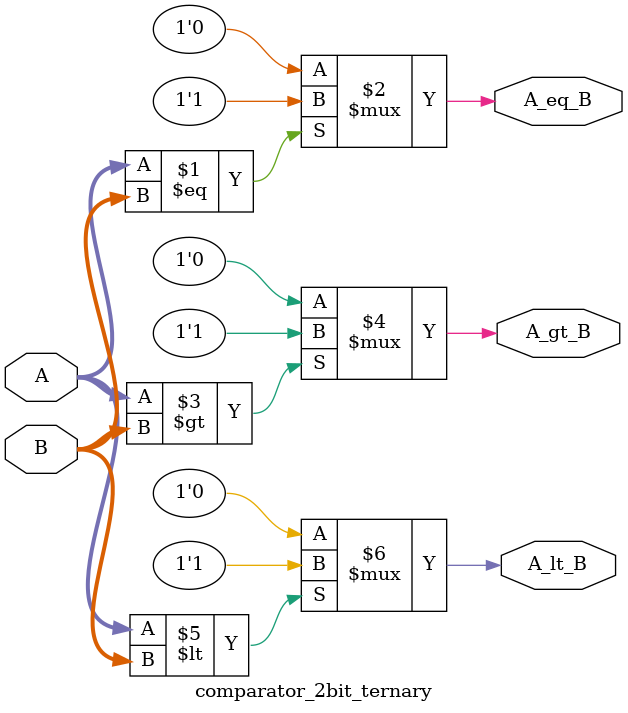
<source format=v>
module comparator_2bit_ternary (
  input [1:0] A,
  input [1:0] B,
  output A_eq_B,
  output A_gt_B,
  output A_lt_B
);

  assign A_eq_B = (A == B) ? 1'b1 : 1'b0;
  assign A_gt_B = (A > B)  ? 1'b1 : 1'b0;
  assign A_lt_B = (A < B)  ? 1'b1 : 1'b0;

endmodule
</source>
